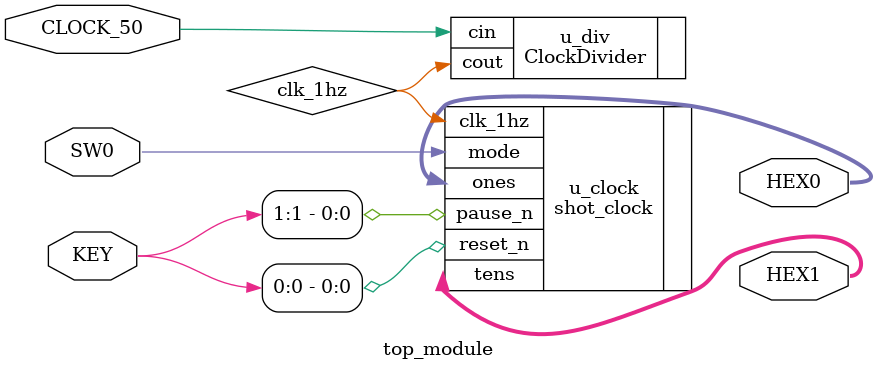
<source format=v>
module top_module (
    input CLOCK_50,
    input [1:0] KEY,
    input SW0,
    output [6:0] HEX0,
    output [6:0] HEX1
);

    wire clk_1hz;

    ClockDivider u_div (
        .cin(CLOCK_50),
        .cout(clk_1hz)
    );

    shot_clock u_clock (
        .clk_1hz(clk_1hz),
        .reset_n(KEY[0]),
        .pause_n(KEY[1]),
        .mode(SW0),
        .ones(HEX0),
        .tens(HEX1)
    );
endmodule


</source>
